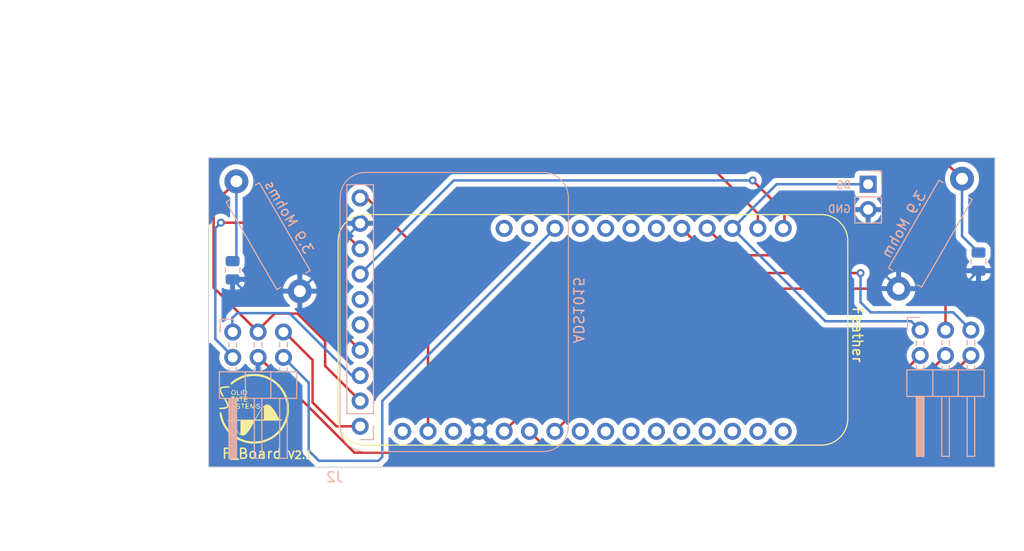
<source format=kicad_pcb>
(kicad_pcb (version 20221018) (generator pcbnew)
  (title_block (title "Voltage_Sensor_Timer") (date "2023-03-07") (rev "0"))
  (layers (0 "F.Cu" signal) (31 "B.Cu" signal) (34 "B.Paste" user) (35 "F.Paste" user) (36 "B.SilkS" user "B.Silkscreen") (37 "F.SilkS" user "F.Silkscreen") (38 "B.Mask" user) (39 "F.Mask" user) (44 "Edge.Cuts" user))
  (net 0 "")
  (net 1 "GND")
  (net 5 "VBUS")
  (net 7 "AN3")
  (net 8 "AN2")
  (net 9 "AN1")
  (net 10 "AN0")
  (net 11 "ALRT")
  (net 12 "ADDR")
  (net 13 "SDA")
  (net 14 "SCL")
  (net 15 "A0")
  (net 16 "A1")
  (net 17 "A2")
  (net 18 "A3")
  (net 19 "A4")
  (net 20 "A5")
  (net 21 "3.3V")
  (net 22 "RESET")
  (net 23 "D5")
  (net 24 "D6")
  (net 25 "D9")
  (net 26 "SCK")
  (net 27 "MOSI")
  (net 28 "MISO")
  (net 29 "RX")
  (net 30 "TX")
  (net 31 "TXDO")
  (net 32 "D10")
  (net 33 "VBAT")
  (footprint "LOGO" (layer "F.Cu") (at 117.729 103.886)
    (fp_text reference "G***" hide)
    (fp_text value "LOGO" hide)
    (fp_poly (pts (xy -1.25841 -1.839936) (xy -1.243308 -1.764985) (xy -1.234358 -1.662176) (xy -1.232467 -1.552547) (xy -1.238539 -1.457135) (xy -1.253481 -1.396978) (xy -1.258286 -1.390321) (xy -1.296458 -1.379762) (xy -1.314537 -1.408203) (xy -1.326252 -1.477429) (xy -1.327832 -1.579396) (xy -1.321053 -1.691368) (xy -1.307692 -1.79061) (xy -1.289527 -1.854386) (xy -1.278759 -1.865989)) (fill solid) (layer "F.SilkS"))
    (fp_poly (pts (xy -1.663348 -1.859687) (xy -1.650813 -1.774453) (xy -1.646621 -1.664138) (xy -1.646621 -1.436414) (xy -1.524 -1.436414) (xy -1.442952 -1.427615) (xy -1.402439 -1.405977) (xy -1.40138 -1.40138) (xy -1.432693 -1.380486) (xy -1.511919 -1.367953) (xy -1.559035 -1.366345) (xy -1.71669 -1.366345) (xy -1.71669 -1.629104) (xy -1.712343 -1.761501) (xy -1.700575 -1.853783) (xy -1.683298 -1.891617) (xy -1.681655 -1.891862)) (fill solid) (layer "F.SilkS"))
    (fp_poly (pts (xy -2.007079 -1.219373) (xy -1.933507 -1.205439) (xy -1.90938 -1.191173) (xy -1.921783 -1.165194) (xy -1.977381 -1.156138) (xy -2.025563 -1.15239) (xy -2.052398 -1.130583) (xy -2.064123 -1.074876) (xy -2.066976 -0.969425) (xy -2.067035 -0.928414) (xy -2.073546 -0.789463) (xy -2.089629 -0.717229) (xy -2.110105 -0.7123) (xy -2.129798 -0.775262) (xy -2.14353 -0.906705) (xy -2.144191 -0.919655) (xy -2.152516 -1.040609) (xy -2.16724 -1.108281) (xy -2.194871 -1.139458) (xy -2.233448 -1.149816) (xy -2.295053 -1.170884) (xy -2.312276 -1.193609) (xy -2.281429 -1.212561) (xy -2.204584 -1.223077) (xy -2.105286 -1.2253)) (fill solid) (layer "F.SilkS"))
    (fp_poly (pts (xy -1.864742 -0.487725) (xy -1.902692 -0.420715) (xy -1.944414 -0.357871) (xy -2.002071 -0.245519) (xy -2.031003 -0.133742) (xy -2.032 -0.114488) (xy -2.045137 -0.027071) (xy -2.084552 0) (xy -2.124678 -0.02862) (xy -2.137104 -0.114488) (xy -2.15812 -0.220758) (xy -2.21098 -0.336387) (xy -2.22459 -0.357724) (xy -2.270357 -0.438926) (xy -2.28485 -0.495259) (xy -2.279021 -0.506901) (xy -2.241425 -0.493357) (xy -2.1853 -0.435321) (xy -2.160129 -0.401012) (xy -2.074294 -0.274694) (xy -2.011208 -0.38149) (xy -1.956381 -0.458434) (xy -1.906653 -0.503891) (xy -1.902475 -0.505802) (xy -1.865501 -0.513157)) (fill solid) (layer "F.SilkS"))
    (fp_poly (pts (xy -1.026114 -0.518684) (xy -0.952541 -0.504749) (xy -0.928414 -0.490483) (xy -0.940818 -0.464504) (xy -0.996415 -0.455449) (xy -1.044597 -0.4517) (xy -1.071432 -0.429893) (xy -1.083158 -0.374186) (xy -1.086011 -0.268735) (xy -1.086069 -0.227724) (xy -1.092581 -0.088774) (xy -1.108663 -0.01654) (xy -1.12914 -0.01161) (xy -1.148833 -0.074573) (xy -1.162565 -0.206015) (xy -1.163225 -0.218966) (xy -1.171551 -0.339919) (xy -1.186274 -0.407591) (xy -1.213906 -0.438769) (xy -1.252483 -0.449127) (xy -1.314087 -0.470194) (xy -1.331311 -0.49292) (xy -1.300464 -0.511871) (xy -1.223619 -0.522387) (xy -1.124321 -0.52461)) (fill solid) (layer "F.SilkS"))
    (fp_poly (pts (xy -1.206142 -1.220246) (xy -1.127462 -1.204921) (xy -1.103586 -1.191173) (xy -1.11599 -1.165194) (xy -1.171588 -1.156138) (xy -1.21977 -1.15239) (xy -1.246605 -1.130583) (xy -1.25833 -1.074876) (xy -1.261183 -0.969425) (xy -1.261242 -0.928414) (xy -1.266192 -0.809415) (xy -1.279305 -0.727941) (xy -1.296276 -0.70069) (xy -1.314584 -0.732866) (xy -1.327118 -0.8181) (xy -1.331311 -0.928414) (xy -1.332846 -1.050829) (xy -1.341513 -1.119012) (xy -1.363399 -1.148795) (xy -1.404592 -1.156007) (xy -1.418897 -1.156138) (xy -1.484737 -1.168131) (xy -1.506483 -1.191173) (xy -1.474825 -1.210448) (xy -1.393239 -1.223173) (xy -1.315861 -1.226207)) (fill solid) (layer "F.SilkS"))
    (fp_poly (pts (xy -0.839684 -1.865697) (xy -0.744934 -1.790689) (xy -0.702465 -1.672069) (xy -0.70069 -1.636899) (xy -0.723265 -1.496935) (xy -0.792758 -1.408576) (xy -0.911824 -1.369109) (xy -0.965435 -1.366345) (xy -1.121104 -1.366345) (xy -1.121104 -1.629104) (xy -1.051035 -1.629104) (xy -1.049084 -1.518909) (xy -1.037386 -1.461548) (xy -1.007169 -1.439793) (xy -0.952938 -1.436414) (xy -0.8654 -1.450611) (xy -0.8128 -1.478455) (xy -0.782647 -1.541725) (xy -0.770759 -1.629104) (xy -0.791936 -1.743636) (xy -0.858522 -1.806068) (xy -0.952938 -1.821793) (xy -1.009037 -1.817962) (xy -1.038239 -1.794983) (xy -1.049314 -1.735629) (xy -1.051035 -1.629104) (xy -1.121104 -1.629104) (xy -1.121104 -1.891862) (xy -0.980966 -1.891862)) (fill solid) (layer "F.SilkS"))
    (fp_poly (pts (xy -1.950392 -1.861936) (xy -1.86813 -1.783698) (xy -1.824983 -1.674461) (xy -1.828228 -1.551535) (xy -1.876332 -1.44421) (xy -1.957521 -1.383011) (xy -2.067201 -1.365484) (xy -2.178617 -1.3922) (xy -2.242207 -1.436414) (xy -2.299371 -1.535903) (xy -2.304159 -1.630441) (xy -2.234465 -1.630441) (xy -2.21237 -1.521417) (xy -2.149867 -1.457611) (xy -2.058022 -1.434351) (xy -1.9671 -1.455344) (xy -1.928796 -1.486677) (xy -1.900081 -1.563994) (xy -1.901805 -1.664792) (xy -1.930068 -1.75586) (xy -1.965267 -1.797143) (xy -2.06071 -1.824758) (xy -2.145932 -1.796648) (xy -2.208122 -1.72711) (xy -2.234465 -1.630441) (xy -2.304159 -1.630441) (xy -2.305178 -1.650571) (xy -2.267255 -1.760872) (xy -2.193228 -1.84726) (xy -2.090725 -1.89019) (xy -2.064492 -1.891862)) (fill solid) (layer "F.SilkS"))
    (fp_poly (pts (xy -2.939359 -1.091921) (xy -2.873816 -1.01415) (xy -2.796972 -0.902452) (xy -2.718251 -0.771492) (xy -2.647074 -0.635933) (xy -2.594364 -0.514478) (xy -2.555046 -0.342897) (xy -2.577481 -0.203531) (xy -2.66184 -0.09624) (xy -2.808289 -0.020881) (xy -3.016999 0.022686) (xy -3.249448 0.034839) (xy -3.381077 0.033177) (xy -3.45742 0.025235) (xy -3.493226 0.006956) (xy -3.503241 -0.025718) (xy -3.503448 -0.035035) (xy -3.485036 -0.093095) (xy -3.459655 -0.107594) (xy -3.210199 -0.125786) (xy -3.006125 -0.148945) (xy -2.854676 -0.175948) (xy -2.763092 -0.205674) (xy -2.7446 -0.218317) (xy -2.711405 -0.277025) (xy -2.712245 -0.360085) (xy -2.749503 -0.476152) (xy -2.825561 -0.633884) (xy -2.892047 -0.754299) (xy -2.977908 -0.910384) (xy -3.027323 -1.016543) (xy -3.042441 -1.081333) (xy -3.025411 -1.113309) (xy -2.984179 -1.121104)) (fill solid) (layer "F.SilkS"))
    (fp_poly (pts (xy -2.516859 -2.252916) (xy -2.462682 -2.242255) (xy -2.43968 -2.221998) (xy -2.434897 -2.189655) (xy -2.440342 -2.158056) (xy -2.464881 -2.136437) (xy -2.520823 -2.121801) (xy -2.620475 -2.111152) (xy -2.776145 -2.10149) (xy -2.802759 -2.100064) (xy -3.025166 -2.083659) (xy -3.182401 -2.056697) (xy -3.279296 -2.011708) (xy -3.32068 -1.941218) (xy -3.311382 -1.837756) (xy -3.256233 -1.69385) (xy -3.173187 -1.527017) (xy -3.098852 -1.378535) (xy -3.058343 -1.279695) (xy -3.048341 -1.220727) (xy -3.0605 -1.195337) (xy -3.119603 -1.17728) (xy -3.142283 -1.184485) (xy -3.175768 -1.224732) (xy -3.231595 -1.311467) (xy -3.299891 -1.428952) (xy -3.329604 -1.483095) (xy -3.43079 -1.697827) (xy -3.478691 -1.872716) (xy -3.471147 -2.010749) (xy -3.405995 -2.114913) (xy -3.281074 -2.188195) (xy -3.094222 -2.233583) (xy -2.843278 -2.254063) (xy -2.770559 -2.255638) (xy -2.615166 -2.256528)) (fill solid) (layer "F.SilkS"))
    (fp_poly (pts (xy -0.738412 -1.219663) (xy -0.665649 -1.202996) (xy -0.648138 -1.191173) (xy -0.664757 -1.168911) (xy -0.740969 -1.157259) (xy -0.786208 -1.156138) (xy -0.884298 -1.152617) (xy -0.931082 -1.135227) (xy -0.945229 -1.093732) (xy -0.945931 -1.068552) (xy -0.938282 -1.012122) (xy -0.902204 -0.98704) (xy -0.817997 -0.980997) (xy -0.805793 -0.980966) (xy -0.718039 -0.973196) (xy -0.669229 -0.953785) (xy -0.665655 -0.945931) (xy -0.696736 -0.923993) (xy -0.77438 -0.91179) (xy -0.805793 -0.910897) (xy -0.897477 -0.905021) (xy -0.937997 -0.881272) (xy -0.945931 -0.840828) (xy -0.93398 -0.79472) (xy -0.885848 -0.77453) (xy -0.807861 -0.770759) (xy -0.714574 -0.762615) (xy -0.654779 -0.742388) (xy -0.648138 -0.735724) (xy -0.66618 -0.71472) (xy -0.745861 -0.702803) (xy -0.821243 -0.70069) (xy -1.016 -0.70069) (xy -1.016 -0.963449) (xy -1.016 -1.226207) (xy -0.842895 -1.226207)) (fill solid) (layer "F.SilkS"))
    (fp_poly (pts (xy -0.498811 -0.504264) (xy -0.490483 -0.492314) (xy -0.521559 -0.46923) (xy -0.599192 -0.45639) (xy -0.630621 -0.455449) (xy -0.720909 -0.450668) (xy -0.761039 -0.428119) (xy -0.770709 -0.37549) (xy -0.770759 -0.367862) (xy -0.763259 -0.311733) (xy -0.727701 -0.286576) (xy -0.644498 -0.280329) (xy -0.628553 -0.280276) (xy -0.539758 -0.272889) (xy -0.505913 -0.252923) (xy -0.508 -0.245242) (xy -0.554587 -0.221549) (xy -0.639486 -0.210343) (xy -0.650206 -0.210207) (xy -0.733847 -0.202072) (xy -0.767157 -0.170467) (xy -0.770759 -0.140138) (xy -0.758807 -0.09403) (xy -0.710676 -0.073841) (xy -0.632689 -0.070069) (xy -0.539401 -0.061925) (xy -0.479606 -0.041698) (xy -0.472966 -0.035035) (xy -0.491661 -0.014621) (xy -0.572846 -0.002651) (xy -0.665123 0) (xy -0.878932 0) (xy -0.868639 -0.254) (xy -0.858345 -0.508) (xy -0.674414 -0.51859) (xy -0.561201 -0.518592)) (fill solid) (layer "F.SilkS"))
    (fp_poly (pts (xy -0.261873 -0.454282) (xy -0.210031 -0.331442) (xy -0.199459 -0.300585) (xy -0.130321 -0.09317) (xy -0.053675 -0.298574) (xy 0.003618 -0.436516) (xy 0.04743 -0.505793) (xy 0.078453 -0.506263) (xy 0.09738 -0.437781) (xy 0.104905 -0.300204) (xy 0.105103 -0.265678) (xy 0.1008 -0.132201) (xy 0.089133 -0.039037) (xy 0.071968 -0.000331) (xy 0.070069 0) (xy 0.049281 -0.031429) (xy 0.035739 -0.111383) (xy 0.033129 -0.166414) (xy 0.031224 -0.332828) (xy -0.028181 -0.178067) (xy -0.071337 -0.083642) (xy -0.112705 -0.021486) (xy -0.127972 -0.009869) (xy -0.160745 -0.032554) (xy -0.202655 -0.106187) (xy -0.233075 -0.182148) (xy -0.297793 -0.367862) (xy -0.308383 -0.183931) (xy -0.320273 -0.081137) (xy -0.339455 -0.014379) (xy -0.353711 0) (xy -0.370742 -0.032796) (xy -0.379223 -0.123008) (xy -0.378156 -0.254) (xy -0.3647 -0.407309) (xy -0.340183 -0.491962) (xy -0.305583 -0.507704)) (fill solid) (layer "F.SilkS"))
    (fp_poly (pts (xy -1.68048 -1.182631) (xy -1.637382 -1.102326) (xy -1.588792 -0.996513) (xy -1.542825 -0.88449) (xy -1.507598 -0.785556) (xy -1.491225 -0.719011) (xy -1.493362 -0.703043) (xy -1.525153 -0.713424) (xy -1.567138 -0.762) (xy -1.637084 -0.822166) (xy -1.722903 -0.842477) (xy -1.799561 -0.822129) (xy -1.839311 -0.770759) (xy -1.871278 -0.716646) (xy -1.907854 -0.700523) (xy -1.926805 -0.731377) (xy -1.926897 -0.735356) (xy -1.913889 -0.795991) (xy -1.880538 -0.889771) (xy -1.863719 -0.929967) (xy -1.774456 -0.929967) (xy -1.734265 -0.911403) (xy -1.71669 -0.910897) (xy -1.663609 -0.922662) (xy -1.660865 -0.971036) (xy -1.66613 -0.989724) (xy -1.696457 -1.070147) (xy -1.72126 -1.089508) (xy -1.729855 -1.08315) (xy -1.749361 -1.041795) (xy -1.76725 -0.989724) (xy -1.774456 -0.929967) (xy -1.863719 -0.929967) (xy -1.835353 -0.997759) (xy -1.786841 -1.101018) (xy -1.743513 -1.180613) (xy -1.713876 -1.217609) (xy -1.70997 -1.218128)) (fill solid) (layer "F.SilkS"))
    (fp_poly (pts (xy -1.499256 -0.4916) (xy -1.453737 -0.455234) (xy -1.411983 -0.389504) (xy -1.422431 -0.35908) (xy -1.473647 -0.376532) (xy -1.503661 -0.400343) (xy -1.577753 -0.441693) (xy -1.649342 -0.445049) (xy -1.694165 -0.411968) (xy -1.699173 -0.387819) (xy -1.669305 -0.343949) (xy -1.597133 -0.305776) (xy -1.594069 -0.304767) (xy -1.477856 -0.256214) (xy -1.418128 -0.197891) (xy -1.40138 -0.117464) (xy -1.429145 -0.038052) (xy -1.491246 0.000867) (xy -1.571004 0.027377) (xy -1.628984 0.026818) (xy -1.707931 -0.001092) (xy -1.774017 -0.058844) (xy -1.786759 -0.110581) (xy -1.786759 -0.188385) (xy -1.715325 -0.11171) (xy -1.633622 -0.046915) (xy -1.556857 -0.043955) (xy -1.510136 -0.06707) (xy -1.476282 -0.116868) (xy -1.499838 -0.17237) (xy -1.571659 -0.217366) (xy -1.599802 -0.226033) (xy -1.721115 -0.274064) (xy -1.779542 -0.343566) (xy -1.786759 -0.388437) (xy -1.757771 -0.463302) (xy -1.685498 -0.508399) (xy -1.59198 -0.519305)) (fill solid) (layer "F.SilkS"))
    (fp_poly (pts (xy 0.488151 -0.503225) (xy 0.560691 -0.450454) (xy 0.595294 -0.388362) (xy 0.595586 -0.382877) (xy 0.576949 -0.351282) (xy 0.538835 -0.365252) (xy 0.511947 -0.405243) (xy 0.468746 -0.441386) (xy 0.398416 -0.449824) (xy 0.331389 -0.432965) (xy 0.298096 -0.393217) (xy 0.297793 -0.388299) (xy 0.328068 -0.348025) (xy 0.404292 -0.305017) (xy 0.443676 -0.290039) (xy 0.558526 -0.231699) (xy 0.615712 -0.159583) (xy 0.613001 -0.085108) (xy 0.548159 -0.019693) (xy 0.500941 0.002683) (xy 0.41801 0.029717) (xy 0.362077 0.025391) (xy 0.29567 -0.014198) (xy 0.288071 -0.019504) (xy 0.229663 -0.079711) (xy 0.210207 -0.130715) (xy 0.219707 -0.160116) (xy 0.256043 -0.142116) (xy 0.297446 -0.105429) (xy 0.365248 -0.052058) (xy 0.422694 -0.045432) (xy 0.477948 -0.065965) (xy 0.536804 -0.109661) (xy 0.526071 -0.155639) (xy 0.445583 -0.204171) (xy 0.377421 -0.230061) (xy 0.265892 -0.286152) (xy 0.2209 -0.354488) (xy 0.243898 -0.432286) (xy 0.260902 -0.453398) (xy 0.337995 -0.507963) (xy 0.405824 -0.525518)) (fill solid) (layer "F.SilkS"))
    (fp_poly (pts (xy 0.196863 -3.479628) (xy 0.377558 -3.47395) (xy 0.525832 -3.461546) (xy 0.660467 -3.44076) (xy 0.800245 -3.409937) (xy 0.821206 -3.404748) (xy 1.290318 -3.252394) (xy 1.727687 -3.040219) (xy 2.128511 -2.772941) (xy 2.487985 -2.455277) (xy 2.801307 -2.091944) (xy 3.063671 -1.687659) (xy 3.270275 -1.247139) (xy 3.389163 -0.883147) (xy 3.425871 -0.737362) (xy 3.451384 -0.608) (xy 3.46769 -0.476005) (xy 3.476774 -0.322322) (xy 3.480622 -0.127894) (xy 3.481222 0) (xy 3.47993 0.228562) (xy 3.474041 0.40519) (xy 3.461863 0.547955) (xy 3.441704 0.674933) (xy 3.41187 0.804195) (xy 3.402628 0.839257) (xy 3.238143 1.324803) (xy 3.017595 1.770251) (xy 2.744003 2.172605) (xy 2.420381 2.528869) (xy 2.049747 2.836049) (xy 1.635118 3.091149) (xy 1.17951 3.291173) (xy 0.82331 3.400554) (xy 0.600846 3.443831) (xy 0.338044 3.473598) (xy 0.058391 3.488949) (xy -0.214628 3.488976) (xy -0.457527 3.472774) (xy -0.579835 3.454732) (xy -1.07836 3.326041) (xy -1.5417 3.139085) (xy -1.966443 2.896388) (xy -2.349175 2.600471) (xy -2.686487 2.253857) (xy -2.974966 1.859067) (xy -3.144193 1.559034) (xy -3.239315 1.345829) (xy -3.323352 1.112235) (xy -3.389893 0.87992) (xy -3.432524 0.67055) (xy -3.444909 0.543034) (xy -3.445922 0.425615) (xy -3.436731 0.3609) (xy -3.411765 0.331678) (xy -3.373308 0.321794) (xy -3.30724 0.332743) (xy -3.277868 0.391863) (xy -3.216372 0.662714) (xy -3.162691 0.878043) (xy -3.112872 1.051403) (xy -3.062963 1.196347) (xy -3.009012 1.326427) (xy -2.99889 1.348609) (xy -2.765826 1.772001) (xy -2.480111 2.150937) (xy -2.145842 2.48206) (xy -1.767119 2.762013) (xy -1.348038 2.987439) (xy -0.892698 3.154982) (xy -0.745335 3.194516) (xy -0.408573 3.252425) (xy -0.038851 3.273257) (xy 0.337523 3.257316) (xy 0.694245 3.204904) (xy 0.815188 3.176537) (xy 1.156887 3.064974) (xy 1.503393 2.912578) (xy 1.821012 2.734565) (xy 1.88125 2.695107) (xy 1.974744 2.623222) (xy 2.098725 2.515743) (xy 2.235799 2.388232) (xy 2.34731 2.278074) (xy 2.652819 1.920167) (xy 2.896949 1.536267) (xy 3.080722 1.132254) (xy 3.205157 0.714008) (xy 3.271277 0.287408) (xy 3.280103 -0.141665) (xy 3.232655 -0.567331) (xy 3.129955 -0.98371) (xy 2.973023 -1.384923) (xy 2.762882 -1.765089) (xy 2.500551 -2.118328) (xy 2.187052 -2.438761) (xy 1.823407 -2.720506) (xy 1.440656 -2.942882) (xy 1.03347 -3.109361) (xy 0.598956 -3.219813) (xy 0.150755 -3.273046) (xy -0.297494 -3.267869) (xy -0.732148 -3.203092) (xy -0.933094 -3.15013) (xy -1.167945 -3.065633) (xy -1.421251 -2.952774) (xy -1.670084 -2.823294) (xy -1.891518 -2.688929) (xy -2.030501 -2.588259) (xy -2.135289 -2.507092) (xy -2.220857 -2.446808) (xy -2.271531 -2.418307) (xy -2.276185 -2.41738) (xy -2.328543 -2.446166) (xy -2.35284 -2.514016) (xy -2.342087 -2.593168) (xy -2.327325 -2.620479) (xy -2.261473 -2.687112) (xy -2.147056 -2.775804) (xy -1.99829 -2.877499) (xy -1.829391 -2.983139) (xy -1.654574 -3.083667) (xy -1.488056 -3.170026) (xy -1.404221 -3.208609) (xy -1.152089 -3.311078) (xy -0.926728 -3.385026) (xy -0.706851 -3.434675) (xy -0.471174 -3.464247) (xy -0.198409 -3.477967) (xy -0.035035 -3.480236)) (fill solid) (layer "F.SilkS"))
    (fp_poly (pts (xy 1.388042 -0.418865) (xy 1.526215 -0.366027) (xy 1.608457 -0.31355) (xy 1.740696 -0.195295) (xy 1.886321 -0.021404) (xy 2.047671 0.211348) (xy 2.227086 0.506184) (xy 2.311579 0.655018) (xy 2.542153 1.068551) (xy 2.689973 1.079324) (xy 2.795925 1.097656) (xy 2.837012 1.133252) (xy 2.837793 1.140635) (xy 2.829573 1.153541) (xy 2.800859 1.164104) (xy 2.74557 1.172548) (xy 2.657626 1.179095) (xy 2.530944 1.183968) (xy 2.359446 1.187389) (xy 2.137049 1.18958) (xy 1.857672 1.190765) (xy 1.515236 1.191166) (xy 1.457178 1.191172) (xy 0.076563 1.191172) (xy -0.208182 1.697686) (xy -0.403863 2.025475) (xy -0.58493 2.286822) (xy -0.750971 2.48121) (xy -0.901572 2.60812) (xy -0.95975 2.641) (xy -1.088106 2.687642) (xy -1.200348 2.687439) (xy -1.314983 2.648605) (xy -1.427514 2.584508) (xy -1.438615 2.575034) (xy -1.261242 2.575034) (xy -1.243724 2.592551) (xy -1.226207 2.575034) (xy -1.243724 2.557517) (xy -1.261242 2.575034) (xy -1.438615 2.575034) (xy -1.479664 2.54) (xy -0.980966 2.54) (xy -0.963448 2.557517) (xy -0.945931 2.54) (xy -0.963448 2.522482) (xy -0.980966 2.54) (xy -1.479664 2.54) (xy -1.542286 2.486554) (xy -1.66437 2.348437) (xy -1.79884 2.163847) (xy -1.950768 1.926478) (xy -2.103395 1.66812) (xy -2.364341 1.21415) (xy -2.277242 1.21415) (xy -2.260627 1.250964) (xy -2.214821 1.337297) (xy -2.145878 1.462112) (xy -2.059853 1.61437) (xy -2.009636 1.702017) (xy -1.885384 1.909294) (xy -1.761836 2.099896) (xy -1.645459 2.265139) (xy -1.542718 2.396341) (xy -1.46008 2.484819) (xy -1.40401 2.521889) (xy -1.398663 2.522482) (xy -1.387999 2.488982) (xy -1.380948 2.415098) (xy -0.797204 2.415098) (xy -0.792411 2.417379) (xy -0.760439 2.392715) (xy -0.753242 2.382345) (xy -0.744314 2.349591) (xy -0.749106 2.34731) (xy -0.781078 2.371974) (xy -0.788276 2.382345) (xy -0.797204 2.415098) (xy -1.380948 2.415098) (xy -1.378991 2.394596) (xy -1.372084 2.248498) (xy -1.367724 2.059862) (xy -1.366345 1.856827) (xy -1.366345 1.664138) (xy -0.315311 1.664138) (xy -0.297793 1.681655) (xy -0.280276 1.664138) (xy -0.297793 1.64662) (xy -0.315311 1.664138) (xy -1.366345 1.664138) (xy -1.366345 1.243724) (xy -1.296276 1.243724) (xy -1.278759 1.261241) (xy -1.261242 1.243724) (xy -0.070069 1.243724) (xy -0.052552 1.261241) (xy -0.035035 1.243724) (xy -0.052552 1.226207) (xy -0.070069 1.243724) (xy -1.261242 1.243724) (xy -1.278759 1.226207) (xy -1.296276 1.243724) (xy -1.366345 1.243724) (xy -1.366345 1.191172) (xy -1.821793 1.191172) (xy -1.991219 1.19283) (xy -2.132067 1.197367) (xy -2.23133 1.204126) (xy -2.276 1.212451) (xy -2.277242 1.21415) (xy -2.364341 1.21415) (xy -2.36748 1.208689) (xy -2.533427 1.191172) (xy -2.632204 1.174211) (xy -2.695756 1.150899) (xy -2.707274 1.13862) (xy -2.674877 1.128586) (xy -2.573927 1.11965) (xy -2.405932 1.111863) (xy -2.172398 1.105271) (xy -1.874834 1.099922) (xy -1.514748 1.095866) (xy -1.325535 1.094428) (xy -0.402954 1.088348) (xy 0.133691 1.088348) (xy 0.54857 1.07845) (xy 0.963448 1.068551) (xy 0.963987 1.033517) (xy 1.051034 1.033517) (xy 1.068552 1.051034) (xy 1.086069 1.033517) (xy 2.382345 1.033517) (xy 2.399862 1.051034) (xy 2.417379 1.033517) (xy 2.399862 1.016) (xy 2.382345 1.033517) (xy 1.086069 1.033517) (xy 1.068552 1.016) (xy 1.051034 1.033517) (xy 0.963987 1.033517) (xy 0.973015 0.446689) (xy 0.974646 0.246826) (xy 0.973954 0.157655) (xy 1.891862 0.157655) (xy 1.909379 0.175172) (xy 1.926896 0.157655) (xy 1.909379 0.140138) (xy 1.891862 0.157655) (xy 0.973954 0.157655) (xy 0.973302 0.073729) (xy 0.971636 0.017517) (xy 1.786758 0.017517) (xy 1.804276 0.035034) (xy 1.821793 0.017517) (xy 1.804276 0) (xy 1.786758 0.017517) (xy 0.971636 0.017517) (xy 0.969295 -0.061495) (xy 0.962938 -0.147738) (xy 0.955498 -0.1743) (xy 0.911637 -0.143728) (xy 0.839391 -0.058595) (xy 0.743544 0.073939) (xy 0.62888 0.246715) (xy 0.500183 0.452573) (xy 0.362236 0.684352) (xy 0.247238 0.88576) (xy 0.133691 1.088348) (xy -0.402954 1.088348) (xy 0.064103 1.08527) (xy 0.264441 0.726566) (xy 0.464317 0.383086) (xy 0.64569 0.10372) (xy 0.81179 -0.11403) (xy 0.907406 -0.212488) (xy 1.059624 -0.212488) (xy 1.064416 -0.210207) (xy 1.096388 -0.234871) (xy 1.103586 -0.245242) (xy 1.112513 -0.277995) (xy 1.107721 -0.280276) (xy 1.075749 -0.255613) (xy 1.068552 -0.245242) (xy 1.059624 -0.212488) (xy 0.907406 -0.212488) (xy 0.965846 -0.272665) (xy 1.111087 -0.374682) (xy 1.250742 -0.422583)) (fill solid) (layer "F.SilkS"))
  )
  (footprint "Voltage_Sensor_Timer:Combined Sockets_1x16_1x12" (layer "F.Cu") (at 132.588 106.172 90)
    (fp_text reference "ESP1" hide)
    (fp_text value "ESP32 S3 Feather ")
    (fp_line (start -1.352732 -3.798808) (end -1.352732 41.921192) (stroke (width 0.12)) (layer "F.SilkS"))
    (fp_line (start 19.077268 -6.448808) (end 1.297268 -6.448808) (stroke (width 0.12)) (layer "F.SilkS"))
    (fp_line (start 19.077268 44.571192) (end 1.297268 44.571192) (stroke (width 0.12)) (layer "F.SilkS"))
    (fp_line (start 21.727268 -3.798808) (end 21.727268 41.921192) (stroke (width 0.12)) (layer "F.SilkS"))
    (fp_arc (start -1.352732 -3.798808) (mid -0.576565 -5.672641) (end 1.297268 -6.448808) (stroke (width 0.12)) (layer "F.SilkS"))
    (fp_arc (start 1.297268 44.571192) (mid -0.576565 43.795025) (end -1.352732 41.921192) (stroke (width 0.12)) (layer "F.SilkS"))
    (fp_arc (start 19.077268 -6.448808) (mid 20.951102 -5.672642) (end 21.727268 -3.798808) (stroke (width 0.12)) (layer "F.SilkS"))
    (fp_arc (start 21.727268 41.921192) (mid 20.951101 43.795027) (end 19.077268 44.571192) (stroke (width 0.12)) (layer "F.SilkS"))
    (pad "0" thru_hole circle (at 0.027268 0.011192 270) (size 1.7 1.7) (drill 1) (layers "*.Cu" "*.Mask") (net 22 "RESET"))
    (pad "1" thru_hole circle (at 0.027268 2.551192 270) (size 1.7 1.7) (drill 1) (layers "*.Cu" "*.Mask") (net 21 "3.3V"))
    (pad "2" thru_hole circle (at 0.027268 5.091192 270) (size 1.7 1.7) (drill 1) (layers "*.Cu" "*.Mask"))
    (pad "3" thru_hole circle (at 0.027268 7.631192 270) (size 1.7 1.7) (drill 1) (layers "*.Cu" "*.Mask") (net 1 "GND"))
    (pad "4" thru_hole circle (at 0.027268 10.171192 270) (size 1.7 1.7) (drill 1) (layers "*.Cu" "*.Mask") (net 15 "A0"))
    (pad "5" thru_hole circle (at 0.027268 12.711192 270) (size 1.7 1.7) (drill 1) (layers "*.Cu" "*.Mask") (net 16 "A1"))
    (pad "6" thru_hole circle (at 0.027268 15.251192 270) (size 1.7 1.7) (drill 1) (layers "*.Cu" "*.Mask") (net 17 "A2"))
    (pad "7" thru_hole circle (at 0.027268 17.791192 270) (size 1.7 1.7) (drill 1) (layers "*.Cu" "*.Mask") (net 18 "A3"))
    (pad "8" thru_hole circle (at 0.027268 20.331192 270) (size 1.7 1.7) (drill 1) (layers "*.Cu" "*.Mask") (net 19 "A4"))
    (pad "9" thru_hole circle (at 0.027268 22.871192 270) (size 1.7 1.7) (drill 1) (layers "*.Cu" "*.Mask") (net 20 "A5"))
    (pad "10" thru_hole circle (at 0.027268 25.411192 270) (size 1.7 1.7) (drill 1) (layers "*.Cu" "*.Mask") (net 26 "SCK"))
    (pad "11" thru_hole circle (at 0.027268 27.951192 270) (size 1.7 1.7) (drill 1) (layers "*.Cu" "*.Mask") (net 27 "MOSI"))
    (pad "12" thru_hole circle (at 0.027268 30.491192 270) (size 1.7 1.7) (drill 1) (layers "*.Cu" "*.Mask") (net 28 "MISO"))
    (pad "13" thru_hole circle (at 0.027268 33.031192 270) (size 1.7 1.7) (drill 1) (layers "*.Cu" "*.Mask") (net 29 "RX"))
    (pad "14" thru_hole circle (at 0.027268 35.571192 270) (size 1.7 1.7) (drill 1) (layers "*.Cu" "*.Mask") (net 30 "TX"))
    (pad "15" thru_hole circle (at 0.027268 38.111192 270) (size 1.7 1.7) (drill 1) (layers "*.Cu" "*.Mask") (net 31 "TXDO"))
    (pad "16" thru_hole circle (at 20.347268 10.171192 270) (size 1.7 1.7) (drill 1) (layers "*.Cu" "*.Mask") (net 33 "VBAT"))
    (pad "17" thru_hole circle (at 20.347268 12.711192 270) (size 1.7 1.7) (drill 1) (layers "*.Cu" "*.Mask"))
    (pad "18" thru_hole circle (at 20.347268 15.251192 270) (size 1.7 1.7) (drill 1) (layers "*.Cu" "*.Mask") (net 5 "VBUS"))
    (pad "19" thru_hole circle (at 20.347268 17.791192 270) (size 1.7 1.7) (drill 1) (layers "*.Cu" "*.Mask"))
    (pad "20" thru_hole circle (at 20.347268 20.331192 270) (size 1.7 1.7) (drill 1) (layers "*.Cu" "*.Mask"))
    (pad "21" thru_hole circle (at 20.347268 22.871192 270) (size 1.7 1.7) (drill 1) (layers "*.Cu" "*.Mask"))
    (pad "22" thru_hole circle (at 20.347268 25.411192 270) (size 1.7 1.7) (drill 1) (layers "*.Cu" "*.Mask") (net 32 "D10"))
    (pad "23" thru_hole circle (at 20.347268 27.951192 270) (size 1.7 1.7) (drill 1) (layers "*.Cu" "*.Mask") (net 25 "D9"))
    (pad "24" thru_hole circle (at 20.347268 30.491192 270) (size 1.7 1.7) (drill 1) (layers "*.Cu" "*.Mask") (net 24 "D6"))
    (pad "25" thru_hole circle (at 20.347268 33.031192 270) (size 1.7 1.7) (drill 1) (layers "*.Cu" "*.Mask") (net 23 "D5"))
    (pad "26" thru_hole circle (at 20.347268 35.571192 270) (size 1.7 1.7) (drill 1) (layers "*.Cu" "*.Mask") (net 14 "SCL"))
    (pad "27" thru_hole circle (at 20.347268 38.111192 270) (size 1.7 1.7) (drill 1) (layers "*.Cu" "*.Mask") (net 13 "SDA"))
  )
  (footprint "Resistor_THT:R_Axial_DIN0411_L9.9mm_D3.6mm_P12.70mm_Horizontal" (layer "B.Cu") (at 188.595 80.860739 -120)
    (fp_text reference "R2" hide)
    (fp_text value "R" hide)
    (fp_line (start 1.28 -1.92) (end 11.42 -1.92) (stroke (width 0.12)) (layer "B.SilkS"))
    (fp_line (start 1.28 -1.44) (end 1.28 -1.92) (stroke (width 0.12)) (layer "B.SilkS"))
    (fp_line (start 1.28 1.44) (end 1.28 1.92) (stroke (width 0.12)) (layer "B.SilkS"))
    (fp_line (start 1.28 1.92) (end 11.42 1.92) (stroke (width 0.12)) (layer "B.SilkS"))
    (fp_line (start 11.42 -1.92) (end 11.42 -1.44) (stroke (width 0.12)) (layer "B.SilkS"))
    (fp_line (start 11.42 1.92) (end 11.42 1.44) (stroke (width 0.12)) (layer "B.SilkS"))
    (pad "1" thru_hole circle (at 0 0 240) (size 2.4 2.4) (drill 1.2) (layers "*.Cu" "*.Mask") (net 10 "AN0"))
    (pad "2" thru_hole oval (at 12.7 0 240) (size 2.4 2.4) (drill 1.2) (layers "*.Cu" "*.Mask") (net 1 "GND"))
  )
  (footprint "Voltage_Sensor_Timer:PinSocket_1x10_P2.54mm_Vertical_1" (layer "B.Cu") (at 128.342521 105.641979)
    (fp_text reference "J2" (at -2.54 5.08 180) (layer "B.SilkS") (effects (justify mirror)))
    (fp_text value "Conn_01x10_Socket" hide)
    (fp_line (start -2.014741 -22.873255) (end -2.014741 -0.013255) (stroke (width 0.1016)) (layer "B.SilkS"))
    (fp_line (start -1.33 -24.19) (end 1.33 -24.19) (stroke (width 0.12)) (layer "B.SilkS"))
    (fp_line (start -1.33 -1.27) (end -1.33 -24.19) (stroke (width 0.12)) (layer "B.SilkS"))
    (fp_line (start -1.33 -1.27) (end 1.33 -1.27) (stroke (width 0.12)) (layer "B.SilkS"))
    (fp_line (start 0 1.33) (end 1.33 1.33) (stroke (width 0.12)) (layer "B.SilkS"))
    (fp_line (start 0.525259 2.526745) (end 18.305259 2.526745) (stroke (width 0.1016)) (layer "B.SilkS"))
    (fp_line (start 1.33 -1.27) (end 1.33 -24.19) (stroke (width 0.12)) (layer "B.SilkS"))
    (fp_line (start 1.33 1.33) (end 1.33 0) (stroke (width 0.12)) (layer "B.SilkS"))
    (fp_line (start 18.305259 -25.413255) (end 0.525259 -25.413255) (stroke (width 0.1016)) (layer "B.SilkS"))
    (fp_line (start 20.845259 -0.013255) (end 20.845259 -22.873255) (stroke (width 0.1016)) (layer "B.SilkS"))
    (fp_arc (start -2.014741 -22.873255) (mid -1.270792 -24.669306) (end 0.525259 -25.413255) (stroke (width 0.1016)) (layer "B.SilkS"))
    (fp_arc (start 0.525259 2.526745) (mid -1.270792 1.782796) (end -2.014741 -0.013255) (stroke (width 0.1016)) (layer "B.SilkS"))
    (fp_arc (start 18.305259 -25.413255) (mid 20.101321 -24.669318) (end 20.845259 -22.873255) (stroke (width 0.1016)) (layer "B.SilkS"))
    (fp_arc (start 20.845259 -0.013255) (mid 20.101309 1.782796) (end 18.305259 2.526745) (stroke (width 0.1016)) (layer "B.SilkS"))
    (pad "1" thru_hole circle (at 0 0) (size 1.7 1.7) (drill 1) (layers "*.Cu" "*.Mask") (net 7 "AN3"))
    (pad "2" thru_hole oval (at 0 -2.54) (size 1.7 1.7) (drill 1) (layers "*.Cu" "*.Mask") (net 8 "AN2"))
    (pad "3" thru_hole circle (at 0 -5.08) (size 1.7 1.7) (drill 1) (layers "*.Cu" "*.Mask") (net 9 "AN1"))
    (pad "4" thru_hole oval (at 0 -7.62) (size 1.7 1.7) (drill 1) (layers "*.Cu" "*.Mask") (net 10 "AN0"))
    (pad "5" thru_hole oval (at 0 -10.16) (size 1.7 1.7) (drill 1) (layers "*.Cu" "*.Mask") (net 11 "ALRT"))
    (pad "6" thru_hole oval (at 0 -12.7) (size 1.7 1.7) (drill 1) (layers "*.Cu" "*.Mask") (net 12 "ADDR"))
    (pad "7" thru_hole oval (at 0 -15.24) (size 1.7 1.7) (drill 1) (layers "*.Cu" "*.Mask") (net 13 "SDA"))
    (pad "8" thru_hole oval (at 0 -17.78) (size 1.7 1.7) (drill 1) (layers "*.Cu" "*.Mask") (net 14 "SCL"))
    (pad "9" thru_hole oval (at 0 -20.32) (size 1.7 1.7) (drill 1) (layers "*.Cu" "*.Mask") (net 1 "GND"))
    (pad "10" thru_hole oval (at 0 -22.86) (size 1.7 1.7) (drill 1) (layers "*.Cu" "*.Mask") (net 21 "3.3V"))
  )
  (footprint "Resistor_SMD:R_0805_2012Metric" (layer "B.Cu") (at 115.57 90.0195 -90)
    (fp_text reference "R4" hide)
    (fp_text value "R")
    (fp_line (start -0.227064 -0.735) (end 0.227064 -0.735) (stroke (width 0.12)) (layer "B.SilkS"))
    (fp_line (start -0.227064 0.735) (end 0.227064 0.735) (stroke (width 0.12)) (layer "B.SilkS"))
    (pad "1" smd roundrect (at -0.9125 0 270) (size 1.025 1.4) (layers "B.Cu" "B.Paste" "B.Mask") (roundrect_rratio 0.243902439) (net 8 "AN2"))
    (pad "2" smd roundrect (at 0.9125 0 270) (size 1.025 1.4) (layers "B.Cu" "B.Paste" "B.Mask") (roundrect_rratio 0.243902439) (net 1 "GND"))
  )
  (footprint "Connector_PinHeader_2.54mm:PinHeader_2x03_P2.54mm_Horizontal" (layer "B.Cu") (at 115.585 96.204 -90)
    (fp_text reference "J1" hide)
    (fp_text value "Conn_02x03_Top_Bottom")
    (fp_line (start -1.27 0) (end -1.27 1.27) (stroke (width 0.12)) (layer "B.SilkS"))
    (fp_line (start -1.27 1.27) (end 0 1.27) (stroke (width 0.12)) (layer "B.SilkS"))
    (fp_line (start 1.042929 -5.46) (end 1.497071 -5.46) (stroke (width 0.12)) (layer "B.SilkS"))
    (fp_line (start 1.042929 -4.7) (end 1.497071 -4.7) (stroke (width 0.12)) (layer "B.SilkS"))
    (fp_line (start 1.042929 -2.92) (end 1.497071 -2.92) (stroke (width 0.12)) (layer "B.SilkS"))
    (fp_line (start 1.042929 -2.16) (end 1.497071 -2.16) (stroke (width 0.12)) (layer "B.SilkS"))
    (fp_line (start 1.11 -0.38) (end 1.497071 -0.38) (stroke (width 0.12)) (layer "B.SilkS"))
    (fp_line (start 1.11 0.38) (end 1.497071 0.38) (stroke (width 0.12)) (layer "B.SilkS"))
    (fp_line (start 3.582929 -5.46) (end 3.98 -5.46) (stroke (width 0.12)) (layer "B.SilkS"))
    (fp_line (start 3.582929 -4.7) (end 3.98 -4.7) (stroke (width 0.12)) (layer "B.SilkS"))
    (fp_line (start 3.582929 -2.92) (end 3.98 -2.92) (stroke (width 0.12)) (layer "B.SilkS"))
    (fp_line (start 3.582929 -2.16) (end 3.98 -2.16) (stroke (width 0.12)) (layer "B.SilkS"))
    (fp_line (start 3.582929 -0.38) (end 3.98 -0.38) (stroke (width 0.12)) (layer "B.SilkS"))
    (fp_line (start 3.582929 0.38) (end 3.98 0.38) (stroke (width 0.12)) (layer "B.SilkS"))
    (fp_line (start 3.98 -6.41) (end 6.64 -6.41) (stroke (width 0.12)) (layer "B.SilkS"))
    (fp_line (start 3.98 -3.81) (end 6.64 -3.81) (stroke (width 0.12)) (layer "B.SilkS"))
    (fp_line (start 3.98 -1.27) (end 6.64 -1.27) (stroke (width 0.12)) (layer "B.SilkS"))
    (fp_line (start 3.98 1.33) (end 3.98 -6.41) (stroke (width 0.12)) (layer "B.SilkS"))
    (fp_line (start 6.64 -6.41) (end 6.64 1.33) (stroke (width 0.12)) (layer "B.SilkS"))
    (fp_line (start 6.64 -4.7) (end 12.64 -4.7) (stroke (width 0.12)) (layer "B.SilkS"))
    (fp_line (start 6.64 -2.16) (end 12.64 -2.16) (stroke (width 0.12)) (layer "B.SilkS"))
    (fp_line (start 6.64 -0.28) (end 12.64 -0.28) (stroke (width 0.12)) (layer "B.SilkS"))
    (fp_line (start 6.64 -0.16) (end 12.64 -0.16) (stroke (width 0.12)) (layer "B.SilkS"))
    (fp_line (start 6.64 -0.04) (end 12.64 -0.04) (stroke (width 0.12)) (layer "B.SilkS"))
    (fp_line (start 6.64 0.08) (end 12.64 0.08) (stroke (width 0.12)) (layer "B.SilkS"))
    (fp_line (start 6.64 0.2) (end 12.64 0.2) (stroke (width 0.12)) (layer "B.SilkS"))
    (fp_line (start 6.64 0.32) (end 12.64 0.32) (stroke (width 0.12)) (layer "B.SilkS"))
    (fp_line (start 6.64 0.38) (end 12.64 0.38) (stroke (width 0.12)) (layer "B.SilkS"))
    (fp_line (start 6.64 1.33) (end 3.98 1.33) (stroke (width 0.12)) (layer "B.SilkS"))
    (fp_line (start 12.64 -5.46) (end 6.64 -5.46) (stroke (width 0.12)) (layer "B.SilkS"))
    (fp_line (start 12.64 -4.7) (end 12.64 -5.46) (stroke (width 0.12)) (layer "B.SilkS"))
    (fp_line (start 12.64 -2.92) (end 6.64 -2.92) (stroke (width 0.12)) (layer "B.SilkS"))
    (fp_line (start 12.64 -2.16) (end 12.64 -2.92) (stroke (width 0.12)) (layer "B.SilkS"))
    (fp_line (start 12.64 -0.38) (end 6.64 -0.38) (stroke (width 0.12)) (layer "B.SilkS"))
    (fp_line (start 12.64 0.38) (end 12.64 -0.38) (stroke (width 0.12)) (layer "B.SilkS"))
    (pad "1" thru_hole circle (at 0 0 270) (size 1.7 1.7) (drill 1) (layers "*.Cu" "*.Mask") (net 9 "AN1"))
    (pad "2" thru_hole oval (at 2.54 0 270) (size 1.7 1.7) (drill 1) (layers "*.Cu" "*.Mask") (net 10 "AN0"))
    (pad "3" thru_hole oval (at 0 -2.54 270) (size 1.7 1.7) (drill 1) (layers "*.Cu" "*.Mask") (net 8 "AN2"))
    (pad "4" thru_hole oval (at 2.54 -2.54 270) (size 1.7 1.7) (drill 1) (layers "*.Cu" "*.Mask") (net 1 "GND"))
    (pad "5" thru_hole oval (at 0 -5.08 270) (size 1.7 1.7) (drill 1) (layers "*.Cu" "*.Mask") (net 7 "AN3"))
    (pad "6" thru_hole oval (at 2.54 -5.08 270) (size 1.7 1.7) (drill 1) (layers "*.Cu" "*.Mask") (net 5 "VBUS"))
  )
  (footprint "Connector_PinHeader_2.54mm:PinHeader_2x03_P2.54mm_Horizontal" (layer "B.Cu") (at 184.404 96.012 -90)
    (fp_text reference "J4" hide)
    (fp_text value "Conn_02x03_Top_Bottom" hide)
    (fp_line (start -1.27 0) (end -1.27 1.27) (stroke (width 0.12)) (layer "B.SilkS"))
    (fp_line (start -1.27 1.27) (end 0 1.27) (stroke (width 0.12)) (layer "B.SilkS"))
    (fp_line (start 1.042929 -5.46) (end 1.497071 -5.46) (stroke (width 0.12)) (layer "B.SilkS"))
    (fp_line (start 1.042929 -4.7) (end 1.497071 -4.7) (stroke (width 0.12)) (layer "B.SilkS"))
    (fp_line (start 1.042929 -2.92) (end 1.497071 -2.92) (stroke (width 0.12)) (layer "B.SilkS"))
    (fp_line (start 1.042929 -2.16) (end 1.497071 -2.16) (stroke (width 0.12)) (layer "B.SilkS"))
    (fp_line (start 1.11 -0.38) (end 1.497071 -0.38) (stroke (width 0.12)) (layer "B.SilkS"))
    (fp_line (start 1.11 0.38) (end 1.497071 0.38) (stroke (width 0.12)) (layer "B.SilkS"))
    (fp_line (start 3.582929 -5.46) (end 3.98 -5.46) (stroke (width 0.12)) (layer "B.SilkS"))
    (fp_line (start 3.582929 -4.7) (end 3.98 -4.7) (stroke (width 0.12)) (layer "B.SilkS"))
    (fp_line (start 3.582929 -2.92) (end 3.98 -2.92) (stroke (width 0.12)) (layer "B.SilkS"))
    (fp_line (start 3.582929 -2.16) (end 3.98 -2.16) (stroke (width 0.12)) (layer "B.SilkS"))
    (fp_line (start 3.582929 -0.38) (end 3.98 -0.38) (stroke (width 0.12)) (layer "B.SilkS"))
    (fp_line (start 3.582929 0.38) (end 3.98 0.38) (stroke (width 0.12)) (layer "B.SilkS"))
    (fp_line (start 3.98 -6.41) (end 6.64 -6.41) (stroke (width 0.12)) (layer "B.SilkS"))
    (fp_line (start 3.98 -3.81) (end 6.64 -3.81) (stroke (width 0.12)) (layer "B.SilkS"))
    (fp_line (start 3.98 -1.27) (end 6.64 -1.27) (stroke (width 0.12)) (layer "B.SilkS"))
    (fp_line (start 3.98 1.33) (end 3.98 -6.41) (stroke (width 0.12)) (layer "B.SilkS"))
    (fp_line (start 6.64 -6.41) (end 6.64 1.33) (stroke (width 0.12)) (layer "B.SilkS"))
    (fp_line (start 6.64 -4.7) (end 12.64 -4.7) (stroke (width 0.12)) (layer "B.SilkS"))
    (fp_line (start 6.64 -2.16) (end 12.64 -2.16) (stroke (width 0.12)) (layer "B.SilkS"))
    (fp_line (start 6.64 -0.28) (end 12.64 -0.28) (stroke (width 0.12)) (layer "B.SilkS"))
    (fp_line (start 6.64 -0.16) (end 12.64 -0.16) (stroke (width 0.12)) (layer "B.SilkS"))
    (fp_line (start 6.64 -0.04) (end 12.64 -0.04) (stroke (width 0.12)) (layer "B.SilkS"))
    (fp_line (start 6.64 0.08) (end 12.64 0.08) (stroke (width 0.12)) (layer "B.SilkS"))
    (fp_line (start 6.64 0.2) (end 12.64 0.2) (stroke (width 0.12)) (layer "B.SilkS"))
    (fp_line (start 6.64 0.32) (end 12.64 0.32) (stroke (width 0.12)) (layer "B.SilkS"))
    (fp_line (start 6.64 0.38) (end 12.64 0.38) (stroke (width 0.12)) (layer "B.SilkS"))
    (fp_line (start 6.64 1.33) (end 3.98 1.33) (stroke (width 0.12)) (layer "B.SilkS"))
    (fp_line (start 12.64 -5.46) (end 6.64 -5.46) (stroke (width 0.12)) (layer "B.SilkS"))
    (fp_line (start 12.64 -4.7) (end 12.64 -5.46) (stroke (width 0.12)) (layer "B.SilkS"))
    (fp_line (start 12.64 -2.92) (end 6.64 -2.92) (stroke (width 0.12)) (layer "B.SilkS"))
    (fp_line (start 12.64 -2.16) (end 12.64 -2.92) (stroke (width 0.12)) (layer "B.SilkS"))
    (fp_line (start 12.64 -0.38) (end 6.64 -0.38) (stroke (width 0.12)) (layer "B.SilkS"))
    (fp_line (start 12.64 0.38) (end 12.64 -0.38) (stroke (width 0.12)) (layer "B.SilkS"))
    (pad "1" thru_hole circle (at 0 0 270) (size 1.7 1.7) (drill 1) (layers "*.Cu" "*.Mask") (net 23 "D5"))
    (pad "2" thru_hole oval (at 2.54 0 270) (size 1.7 1.7) (drill 1) (layers "*.Cu" "*.Mask") (net 15 "A0"))
    (pad "3" thru_hole oval (at 0 -2.54 270) (size 1.7 1.7) (drill 1) (layers "*.Cu" "*.Mask") (net 24 "D6"))
    (pad "4" thru_hole oval (at 2.54 -2.54 270) (size 1.7 1.7) (drill 1) (layers "*.Cu" "*.Mask") (net 17 "A2"))
    (pad "5" thru_hole oval (at 0 -5.08 270) (size 1.7 1.7) (drill 1) (layers "*.Cu" "*.Mask") (net 25 "D9"))
    (pad "6" thru_hole oval (at 2.54 -5.08 270) (size 1.7 1.7) (drill 1) (layers "*.Cu" "*.Mask") (net 16 "A1"))
  )
  (footprint "Resistor_SMD:R_0805_2012Metric" (layer "B.Cu") (at 190.246 89.154 -90)
    (fp_text reference "R1" hide)
    (fp_text value "R" hide)
    (fp_line (start -0.227064 -0.735) (end 0.227064 -0.735) (stroke (width 0.12)) (layer "B.SilkS"))
    (fp_line (start -0.227064 0.735) (end 0.227064 0.735) (stroke (width 0.12)) (layer "B.SilkS"))
    (pad "1" smd roundrect (at -0.9125 0 270) (size 1.025 1.4) (layers "B.Cu" "B.Paste" "B.Mask") (roundrect_rratio 0.243902439) (net 10 "AN0"))
    (pad "2" smd roundrect (at 0.9125 0 270) (size 1.025 1.4) (layers "B.Cu" "B.Paste" "B.Mask") (roundrect_rratio 0.243902439) (net 1 "GND"))
  )
  (footprint "Resistor_THT:R_Axial_DIN0411_L9.9mm_D3.6mm_P12.70mm_Horizontal" (layer "B.Cu") (at 115.951 81.114739 -60)
    (fp_text reference "R3" hide)
    (fp_text value "R")
    (fp_line (start 1.28 -1.92) (end 11.42 -1.92) (stroke (width 0.12)) (layer "B.SilkS"))
    (fp_line (start 1.28 -1.44) (end 1.28 -1.92) (stroke (width 0.12)) (layer "B.SilkS"))
    (fp_line (start 1.28 1.44) (end 1.28 1.92) (stroke (width 0.12)) (layer "B.SilkS"))
    (fp_line (start 1.28 1.92) (end 11.42 1.92) (stroke (width 0.12)) (layer "B.SilkS"))
    (fp_line (start 11.42 -1.92) (end 11.42 -1.44) (stroke (width 0.12)) (layer "B.SilkS"))
    (fp_line (start 11.42 1.92) (end 11.42 1.44) (stroke (width 0.12)) (layer "B.SilkS"))
    (pad "1" thru_hole circle (at 0 0 300) (size 2.4 2.4) (drill 1.2) (layers "*.Cu" "*.Mask") (net 8 "AN2"))
    (pad "2" thru_hole oval (at 12.7 0 300) (size 2.4 2.4) (drill 1.2) (layers "*.Cu" "*.Mask") (net 1 "GND"))
  )
  (footprint "Connector_PinHeader_2.54mm:PinHeader_1x02_P2.54mm_Vertical" (layer "B.Cu") (at 179.197 81.407 180)
    (fp_text reference "J3" hide)
    (fp_text value "Conn_02x01")
    (fp_line (start -1.33 -3.87) (end 1.33 -3.87) (stroke (width 0.12)) (layer "B.SilkS"))
    (fp_line (start -1.33 -1.27) (end -1.33 -3.87) (stroke (width 0.12)) (layer "B.SilkS"))
    (fp_line (start -1.33 -1.27) (end 1.33 -1.27) (stroke (width 0.12)) (layer "B.SilkS"))
    (fp_line (start -1.33 0) (end -1.33 1.33) (stroke (width 0.12)) (layer "B.SilkS"))
    (fp_line (start -1.33 1.33) (end 0 1.33) (stroke (width 0.12)) (layer "B.SilkS"))
    (fp_line (start 1.33 -1.27) (end 1.33 -3.87) (stroke (width 0.12)) (layer "B.SilkS"))
    (pad "1" thru_hole rect (at 0 0 180) (size 1.7 1.7) (drill 1) (layers "*.Cu" "*.Mask") (net 23 "D5"))
    (pad "2" thru_hole oval (at 0 -2.54 180) (size 1.7 1.7) (drill 1) (layers "*.Cu" "*.Mask") (net 1 "GND"))
  )
  (gr_rect (start 113.159218 78.739553) (end 191.899218 109.728) (stroke (width 0.1)) (fill none) (layer "Edge.Cuts"))
  (gr_text "3.9 Mohms" (at 122.809 88.646 300) (layer "B.SilkS") (effects (font (size 1 1)) (justify left bottom mirror)))
  (gr_text "D5" (at 177.546 81.915) (layer "B.SilkS") (effects (font (size 0.75 0.75) (thickness 0.125) bold) (justify left bottom mirror)))
  (gr_text "3.9 Mohm" (at 185.166 82.423 60) (layer "B.SilkS") (effects (font (size 1 1)) (justify left bottom mirror)))
  (gr_text "GND" (at 177.546 84.328) (layer "B.SilkS") (effects (font (size 0.75 0.75) (thickness 0.125)) (justify left bottom mirror)))
  (gr_text "ADS1015" (at 149.606 97.409 270) (layer "B.SilkS") (effects (font (size 1 1)) (justify left bottom mirror)))
  (gr_text "Feather" (at 177.546 93.599 -90) (layer "F.SilkS") (effects (font (size 1 1)) (justify left bottom)))
  (gr_text "V2.1" (at 121.031 108.966) (layer "F.SilkS") (effects (font (size 0.75 0.75)) (justify left bottom)))
  (gr_text "F_Board" (at 114.427 108.966) (layer "F.SilkS") (effects (font (size 1 1)) (justify left bottom)))
  (segment (start 138.085 108.278924) (end 127.766151 108.278924) (width 0.25) (layer "F.Cu") (net 1))
  (segment (start 182.245 91.859262) (end 154.504662 91.859262) (width 0.25) (layer "F.Cu") (net 1))
  (segment (start 140.219192 106.144732) (end 138.085 108.278924) (width 0.25) (layer "F.Cu") (net 1))
  (segment (start 154.504662 91.859262) (end 140.219192 106.144732) (width 0.25) (layer "F.Cu") (net 1))
  (segment (start 127.766151 108.278924) (end 118.085256 98.598029) (width 0.25) (layer "F.Cu") (net 1))
  (segment (start 125.222 88.4425) (end 128.342521 85.321979) (width 0.25) (layer "B.Cu") (net 1))
  (segment (start 115.57 90.932) (end 116.751262 92.113262) (width 0.25) (layer "B.Cu") (net 1))
  (segment (start 121.958262 92.456) (end 122.301 92.113262) (width 0.25) (layer "B.Cu") (net 1))
  (segment (start 125.222 89.192262) (end 125.222 88.4425) (width 0.25) (layer "B.Cu") (net 1))
  (segment (start 116.751262 92.113262) (end 122.301 92.113262) (width 0.25) (layer "B.Cu") (net 1))
  (segment (start 179.197 88.811262) (end 182.245 91.859262) (width 0.25) (layer "B.Cu") (net 1))
  (segment (start 122.301 92.113262) (end 125.222 89.192262) (width 0.25) (layer "B.Cu") (net 1))
  (segment (start 190.246 90.0665) (end 188.453238 91.859262) (width 0.25) (layer "B.Cu") (net 1))
  (segment (start 188.453238 91.859262) (end 182.245 91.859262) (width 0.25) (layer "B.Cu") (net 1))
  (segment (start 179.197 83.947) (end 179.197 88.811262) (width 0.25) (layer "B.Cu") (net 1))
  (segment (start 123.19 108.077) (end 123.19 101.269) (width 0.25) (layer "B.Cu") (net 5))
  (segment (start 124.206 109.093) (end 123.19 108.077) (width 0.25) (layer "B.Cu") (net 5))
  (segment (start 123.19 101.269) (end 120.665 98.744) (width 0.25) (layer "B.Cu") (net 5))
  (segment (start 130.556 108.712) (end 130.175 109.093) (width 0.25) (layer "B.Cu") (net 5))
  (segment (start 130.556 103.107924) (end 130.556 108.712) (width 0.25) (layer "B.Cu") (net 5))
  (segment (start 130.175 109.093) (end 124.206 109.093) (width 0.25) (layer "B.Cu") (net 5))
  (segment (start 147.839192 85.824732) (end 130.556 103.107924) (width 0.25) (layer "B.Cu") (net 5))
  (segment (start 123.579629 99.012402) (end 123.579629 103.256365) (width 0.25) (layer "F.Cu") (net 7))
  (segment (start 123.579629 103.256365) (end 125.965243 105.641979) (width 0.25) (layer "F.Cu") (net 7))
  (segment (start 125.965243 105.641979) (end 128.342521 105.641979) (width 0.25) (layer "F.Cu") (net 7))
  (segment (start 120.625256 96.058029) (end 123.579629 99.012402) (width 0.25) (layer "F.Cu") (net 7))
  (segment (start 113.673104 91.752104) (end 113.673104 83.392635) (width 0.25) (layer "F.Cu") (net 8))
  (segment (start 118.125 96.204) (end 113.673104 91.752104) (width 0.25) (layer "F.Cu") (net 8))
  (segment (start 128.342521 103.101979) (end 124.835036 99.594494) (width 0.25) (layer "F.Cu") (net 8))
  (segment (start 119.786365 94.35692) (end 118.085256 96.058029) (width 0.25) (layer "F.Cu") (net 8))
  (segment (start 122.073139 94.35692) (end 119.786365 94.35692) (width 0.25) (layer "F.Cu") (net 8))
  (segment (start 124.835036 99.594494) (end 124.835036 97.118817) (width 0.25) (layer "F.Cu") (net 8))
  (segment (start 124.835036 97.118817) (end 122.073139 94.35692) (width 0.25) (layer "F.Cu") (net 8))
  (segment (start 113.673104 83.392635) (end 115.951 81.114739) (width 0.25) (layer "F.Cu") (net 8))
  (segment (start 115.951 88.726) (end 115.57 89.107) (width 0.25) (layer "B.Cu") (net 8))
  (segment (start 115.951 81.114739) (end 115.951 88.726) (width 0.25) (layer "B.Cu") (net 8))
  (segment (start 115.545256 96.058029) (end 115.545256 94.801765) (width 0.25) (layer "B.Cu") (net 9))
  (segment (start 127.50969 100.561979) (end 128.342521 100.561979) (width 0.25) (layer "B.Cu") (net 9))
  (segment (start 121.261498 94.313787) (end 127.50969 100.561979) (width 0.25) (layer "B.Cu") (net 9))
  (segment (start 115.545256 94.801765) (end 116.033234 94.313787) (width 0.25) (layer "B.Cu") (net 9))
  (segment (start 116.033234 94.313787) (end 121.261498 94.313787) (width 0.25) (layer "B.Cu") (net 9))
  (segment (start 125.73 91.840613) (end 125.73 95.409458) (width 0.25) (layer "F.Cu") (net 10))
  (segment (start 119.146955 85.257568) (end 125.156523 79.248) (width 0.25) (layer "F.Cu") (net 10))
  (segment (start 125.73 95.409458) (end 128.342521 98.021979) (width 0.25) (layer "F.Cu") (net 10))
  (segment (start 186.982261 79.248) (end 188.595 80.860739) (width 0.25) (layer "F.Cu") (net 10))
  (segment (start 114.398104 85.257568) (end 119.146955 85.257568) (width 0.25) (layer "F.Cu") (net 10))
  (segment (start 119.146955 85.257568) (end 125.73 91.840613) (width 0.25) (layer "F.Cu") (net 10))
  (segment (start 125.156523 79.248) (end 186.982261 79.248) (width 0.25) (layer "F.Cu") (net 10))
  (via (at 114.398104 85.257568) (size 0.8) (drill 0.4) (layers "F.Cu" "B.Cu") (net 10))
  (segment (start 188.595 86.5905) (end 190.246 88.2415) (width 0.25) (layer "B.Cu") (net 10))
  (segment (start 114.398104 85.257568) (end 113.841958 85.813714) (width 0.25) (layer "B.Cu") (net 10))
  (segment (start 188.595 80.860739) (end 188.595 86.5905) (width 0.25) (layer "B.Cu") (net 10))
  (segment (start 113.841958 85.813714) (end 113.841958 96.895633) (width 0.25) (layer "B.Cu") (net 10))
  (segment (start 113.841958 96.895633) (end 115.544354 98.598029) (width 0.25) (layer "B.Cu") (net 10))
  (segment (start 115.544354 98.598029) (end 115.545256 98.598029) (width 0.25) (layer "B.Cu") (net 10))
  (segment (start 170.815 85.708924) (end 170.815 84.201) (width 0.25) (layer "F.Cu") (net 13))
  (segment (start 170.699192 85.824732) (end 170.815 85.708924) (width 0.25) (layer "F.Cu") (net 13))
  (segment (start 170.815 84.201) (end 167.64 81.026) (width 0.25) (layer "F.Cu") (net 13))
  (via (at 167.64 81.026) (size 0.8) (drill 0.4) (layers "F.Cu" "B.Cu") (net 13))
  (segment (start 137.7185 81.026) (end 128.342521 90.401979) (width 0.25) (layer "B.Cu") (net 13))
  (segment (start 167.64 81.026) (end 137.7185 81.026) (width 0.25) (layer "B.Cu") (net 13))
  (segment (start 163.576 79.756) (end 126.746 79.756) (width 0.25) (layer "F.Cu") (net 14))
  (segment (start 125.73 80.772) (end 125.73 85.249458) (width 0.25) (layer "F.Cu") (net 14))
  (segment (start 125.73 85.249458) (end 128.342521 87.861979) (width 0.25) (layer "F.Cu") (net 14))
  (segment (start 168.159192 85.824732) (end 168.159192 84.339192) (width 0.25) (layer "F.Cu") (net 14))
  (segment (start 168.159192 84.339192) (end 163.576 79.756) (width 0.25) (layer "F.Cu") (net 14))
  (segment (start 126.746 79.756) (end 125.73 80.772) (width 0.25) (layer "F.Cu") (net 14))
  (segment (start 182.357 100.584) (end 148.319924 100.584) (width 0.25) (layer "F.Cu") (net 15))
  (segment (start 184.389 98.552) (end 182.357 100.584) (width 0.25) (layer "F.Cu") (net 15))
  (segment (start 148.319924 100.584) (end 142.759192 106.144732) (width 0.25) (layer "F.Cu") (net 15))
  (segment (start 189.469 98.552) (end 179.817 108.204) (width 0.25) (layer "F.Cu") (net 16))
  (segment (start 179.817 108.204) (end 147.35846 108.204) (width 0.25) (layer "F.Cu") (net 16))
  (segment (start 147.35846 108.204) (end 145.299192 106.144732) (width 0.25) (layer "F.Cu") (net 16))
  (segment (start 183.825957 101.670043) (end 186.944 98.552) (width 0.25) (layer "F.Cu") (net 17))
  (segment (start 152.313881 101.670043) (end 183.825957 101.670043) (width 0.25) (layer "F.Cu") (net 17))
  (segment (start 147.839192 106.144732) (end 152.313881 101.670043) (width 0.25) (layer "F.Cu") (net 17))
  (segment (start 135.139192 88.911192) (end 135.139192 106.144732) (width 0.25) (layer "F.Cu") (net 21))
  (segment (start 128.342521 82.781979) (end 129.009979 82.781979) (width 0.25) (layer "F.Cu") (net 21))
  (segment (start 129.009979 82.781979) (end 135.139192 88.911192) (width 0.25) (layer "F.Cu") (net 21))
  (segment (start 170.036924 81.407) (end 165.619192 85.824732) (width 0.25) (layer "B.Cu") (net 23))
  (segment (start 174.91746 95.123) (end 183.515 95.123) (width 0.25) (layer "B.Cu") (net 23))
  (segment (start 183.515 95.123) (end 184.404 96.012) (width 0.25) (layer "B.Cu") (net 23))
  (segment (start 165.619192 85.824732) (end 174.91746 95.123) (width 0.25) (layer "B.Cu") (net 23))
  (segment (start 179.197 81.407) (end 170.036924 81.407) (width 0.25) (layer "B.Cu") (net 23))
  (segment (start 184.658 88.519) (end 186.944 90.805) (width 0.25) (layer "F.Cu") (net 24))
  (segment (start 186.944 90.805) (end 186.944 96.012) (width 0.25) (layer "F.Cu") (net 24))
  (segment (start 165.77346 88.519) (end 184.658 88.519) (width 0.25) (layer "F.Cu") (net 24))
  (segment (start 163.079192 85.824732) (end 165.77346 88.519) (width 0.25) (layer "F.Cu") (net 24))
  (segment (start 165.01146 90.297) (end 178.435 90.297) (width 0.25) (layer "F.Cu") (net 25))
  (segment (start 160.539192 85.824732) (end 165.01146 90.297) (width 0.25) (layer "F.Cu") (net 25))
  (via (at 178.435 90.297) (size 0.8) (drill 0.4) (layers "F.Cu" "B.Cu") (net 25))
  (segment (start 178.435 90.297) (end 178.435 93.218) (width 0.25) (layer "B.Cu") (net 25))
  (segment (start 178.435 93.218) (end 179.451 94.234) (width 0.25) (layer "B.Cu") (net 25))
  (segment (start 179.451 94.234) (end 187.706 94.234) (width 0.25) (layer "B.Cu") (net 25))
  (segment (start 187.706 94.234) (end 189.484 96.012) (width 0.25) (layer "B.Cu") (net 25))
  (zone (net 1) (net_name "GND") (layer "B.Cu") (connect_pads (clearance 0.5)) (min_thickness 0.25) (fill yes (thermal_gap 0.5) (thermal_bridge_width 0.5))
    (polygon (pts (xy 194.818 76.708) (xy 194.564 112.014) (xy 111.252 111.252) (xy 110.998 76.2)))
  )
)
</source>
